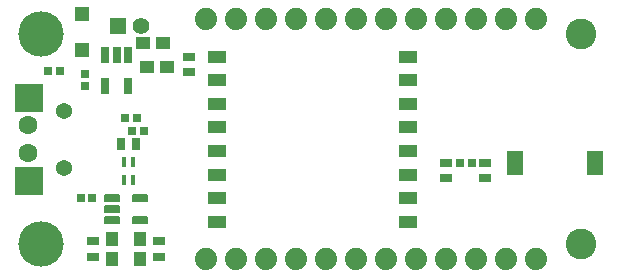
<source format=gbr>
G04 EAGLE Gerber RS-274X export*
G75*
%MOMM*%
%FSLAX34Y34*%
%LPD*%
%INSoldermask Bottom*%
%IPPOS*%
%AMOC8*
5,1,8,0,0,1.08239X$1,22.5*%
G01*
%ADD10C,2.601600*%
%ADD11R,1.351600X2.101600*%
%ADD12R,1.001600X0.801600*%
%ADD13R,1.101600X1.201600*%
%ADD14R,1.201600X1.101600*%
%ADD15R,0.801600X1.001600*%
%ADD16R,1.193800X1.244600*%
%ADD17R,2.351600X2.351600*%
%ADD18C,1.376600*%
%ADD19R,1.391600X1.391600*%
%ADD20C,1.391600*%
%ADD21C,1.879600*%
%ADD22R,0.701600X0.801600*%
%ADD23R,0.801600X0.701600*%
%ADD24R,1.601600X1.101600*%
%ADD25C,0.189431*%
%ADD26R,0.660400X1.371600*%
%ADD27R,0.406400X0.812800*%
%ADD28C,3.851600*%
%ADD29C,1.601600*%


D10*
X482600Y203900D03*
X482600Y26100D03*
D11*
X426250Y95000D03*
X493750Y95000D03*
D12*
X69000Y28500D03*
X69000Y15500D03*
X125000Y28500D03*
X125000Y15500D03*
D13*
X85000Y30500D03*
X85000Y13500D03*
D14*
X111500Y196500D03*
X128500Y196500D03*
X114500Y176000D03*
X131500Y176000D03*
D12*
X367500Y95000D03*
X367500Y82000D03*
X401000Y95000D03*
X401000Y82000D03*
D13*
X109000Y30500D03*
X109000Y13500D03*
D15*
X92500Y111000D03*
X105500Y111000D03*
D12*
X150500Y172000D03*
X150500Y185000D03*
D16*
X60000Y190633D03*
X60000Y221367D03*
D17*
X14500Y150125D03*
X14500Y79875D03*
D18*
X44500Y139250D03*
X44500Y90750D03*
D19*
X90000Y210500D03*
D20*
X110000Y210500D03*
D21*
X165100Y216600D03*
X190500Y216600D03*
X215900Y216600D03*
X241300Y216600D03*
X266700Y216600D03*
X292100Y216600D03*
X317500Y216600D03*
X342900Y216600D03*
X368300Y216600D03*
X393700Y216600D03*
X419100Y216600D03*
X444500Y216600D03*
X165100Y13400D03*
X190500Y13400D03*
X215900Y13400D03*
X241300Y13400D03*
X266700Y13400D03*
X292100Y13400D03*
X317500Y13400D03*
X342900Y13400D03*
X368300Y13400D03*
X393700Y13400D03*
X419100Y13400D03*
X444500Y13400D03*
D22*
X380000Y95000D03*
X390000Y95000D03*
X112000Y122000D03*
X102000Y122000D03*
X106000Y133000D03*
X96000Y133000D03*
X58500Y65500D03*
X68500Y65500D03*
D23*
X62000Y160000D03*
X62000Y170000D03*
D22*
X31000Y173000D03*
X41000Y173000D03*
D24*
X336000Y185000D03*
X336000Y165000D03*
X336000Y145000D03*
X336000Y125000D03*
X336000Y105000D03*
X336000Y85000D03*
X336000Y65000D03*
X336000Y45000D03*
X174000Y45000D03*
X174000Y65000D03*
X174000Y85000D03*
X174000Y105000D03*
X174000Y125000D03*
X174000Y145000D03*
X174000Y165000D03*
X174000Y185000D03*
D25*
X91461Y49061D02*
X91461Y43939D01*
X78839Y43939D01*
X78839Y49061D01*
X91461Y49061D01*
X91461Y45738D02*
X78839Y45738D01*
X78839Y47537D02*
X91461Y47537D01*
X91461Y53439D02*
X91461Y58561D01*
X91461Y53439D02*
X78839Y53439D01*
X78839Y58561D01*
X91461Y58561D01*
X91461Y55238D02*
X78839Y55238D01*
X78839Y57037D02*
X91461Y57037D01*
X91461Y62939D02*
X91461Y68061D01*
X91461Y62939D02*
X78839Y62939D01*
X78839Y68061D01*
X91461Y68061D01*
X91461Y64738D02*
X78839Y64738D01*
X78839Y66537D02*
X91461Y66537D01*
X115161Y68061D02*
X115161Y62939D01*
X102539Y62939D01*
X102539Y68061D01*
X115161Y68061D01*
X115161Y64738D02*
X102539Y64738D01*
X102539Y66537D02*
X115161Y66537D01*
X115161Y49061D02*
X115161Y43939D01*
X102539Y43939D01*
X102539Y49061D01*
X115161Y49061D01*
X115161Y45738D02*
X102539Y45738D01*
X102539Y47537D02*
X115161Y47537D01*
D26*
X79602Y185954D03*
X89000Y185954D03*
X98398Y185954D03*
X98398Y160046D03*
X79602Y160046D03*
D27*
X103000Y80507D03*
X95000Y80507D03*
X95000Y95493D03*
X103000Y95493D03*
D28*
X25400Y26100D03*
X25400Y203900D03*
D29*
X14000Y127000D03*
X14000Y103000D03*
M02*

</source>
